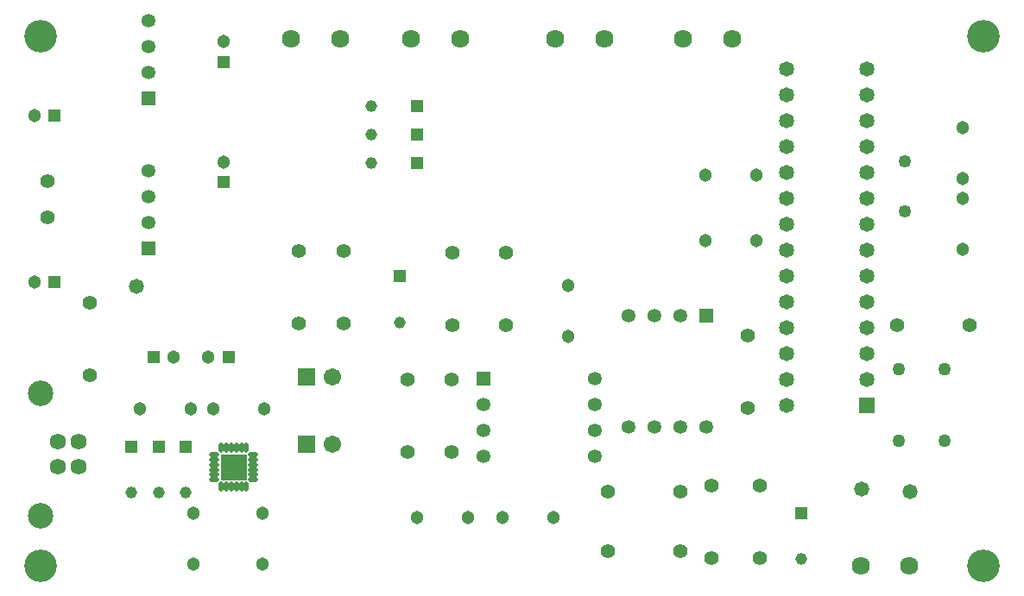
<source format=gbr>
G04*
G04 #@! TF.GenerationSoftware,Altium Limited,Altium Designer,22.4.2 (48)*
G04*
G04 Layer_Color=16711935*
%FSLAX25Y25*%
%MOIN*%
G70*
G04*
G04 #@! TF.SameCoordinates,243CEC23-02B4-465D-BAF0-28B1483BFC4A*
G04*
G04*
G04 #@! TF.FilePolarity,Negative*
G04*
G01*
G75*
%ADD10C,0.05328*%
%ADD11R,0.05328X0.05328*%
%ADD12R,0.05839X0.05839*%
%ADD13C,0.05839*%
%ADD14C,0.06706*%
%ADD15R,0.06706X0.06706*%
%ADD16C,0.04934*%
%ADD17C,0.09855*%
%ADD18C,0.06233*%
%ADD19R,0.05328X0.05328*%
%ADD20R,0.04580X0.04580*%
%ADD21C,0.04580*%
%ADD22C,0.05564*%
%ADD23R,0.04580X0.04580*%
%ADD24C,0.07021*%
%ADD25C,0.05131*%
%ADD26C,0.12611*%
%ADD27C,0.04973*%
%ADD28R,0.05131X0.05131*%
%ADD29R,0.05131X0.05131*%
%ADD30C,0.05800*%
G04:AMPARAMS|DCode=59|XSize=37.02mil|YSize=18.39mil|CornerRadius=6.6mil|HoleSize=0mil|Usage=FLASHONLY|Rotation=180.000|XOffset=0mil|YOffset=0mil|HoleType=Round|Shape=RoundedRectangle|*
%AMROUNDEDRECTD59*
21,1,0.03702,0.00520,0,0,180.0*
21,1,0.02382,0.01839,0,0,180.0*
1,1,0.01320,-0.01191,0.00260*
1,1,0.01320,0.01191,0.00260*
1,1,0.01320,0.01191,-0.00260*
1,1,0.01320,-0.01191,-0.00260*
%
%ADD59ROUNDEDRECTD59*%
G04:AMPARAMS|DCode=60|XSize=37.02mil|YSize=18.39mil|CornerRadius=6.6mil|HoleSize=0mil|Usage=FLASHONLY|Rotation=90.000|XOffset=0mil|YOffset=0mil|HoleType=Round|Shape=RoundedRectangle|*
%AMROUNDEDRECTD60*
21,1,0.03702,0.00520,0,0,90.0*
21,1,0.02382,0.01839,0,0,90.0*
1,1,0.01320,0.00260,0.01191*
1,1,0.01320,0.00260,-0.01191*
1,1,0.01320,-0.00260,-0.01191*
1,1,0.01320,-0.00260,0.01191*
%
%ADD60ROUNDEDRECTD60*%
%ADD61R,0.10446X0.10446*%
D10*
X55500Y169000D02*
D03*
Y159000D02*
D03*
Y149000D02*
D03*
X261000Y112996D02*
D03*
X251000D02*
D03*
X241000D02*
D03*
Y70004D02*
D03*
X251000D02*
D03*
X261000D02*
D03*
X271000D02*
D03*
X185004Y78594D02*
D03*
Y68594D02*
D03*
Y58595D02*
D03*
X227996D02*
D03*
Y68594D02*
D03*
Y78594D02*
D03*
Y88595D02*
D03*
X55500Y227000D02*
D03*
Y217000D02*
D03*
Y207000D02*
D03*
D11*
Y139000D02*
D03*
X185004Y88595D02*
D03*
X55500Y197000D02*
D03*
D12*
X333000Y78500D02*
D03*
D13*
Y88500D02*
D03*
Y98500D02*
D03*
Y108500D02*
D03*
Y118500D02*
D03*
Y128500D02*
D03*
Y138500D02*
D03*
Y148500D02*
D03*
Y158500D02*
D03*
Y168500D02*
D03*
Y178500D02*
D03*
Y188500D02*
D03*
Y198500D02*
D03*
Y208500D02*
D03*
X301898D02*
D03*
Y198500D02*
D03*
Y188500D02*
D03*
Y178500D02*
D03*
Y168500D02*
D03*
Y158500D02*
D03*
Y148500D02*
D03*
Y138500D02*
D03*
Y128500D02*
D03*
Y118500D02*
D03*
Y108500D02*
D03*
Y98500D02*
D03*
Y88500D02*
D03*
Y78500D02*
D03*
D14*
X126500Y63500D02*
D03*
Y89500D02*
D03*
D15*
X116500Y63500D02*
D03*
Y89500D02*
D03*
D16*
X347500Y172606D02*
D03*
Y153394D02*
D03*
D17*
X13976Y35799D02*
D03*
Y83201D02*
D03*
D18*
X28622Y54579D02*
D03*
X20748D02*
D03*
X28622Y64421D02*
D03*
X20748D02*
D03*
D19*
X271000Y112996D02*
D03*
D20*
X70000Y62358D02*
D03*
X59500D02*
D03*
X152500Y128248D02*
D03*
X307500Y36748D02*
D03*
X49000Y62358D02*
D03*
D21*
X70000Y44642D02*
D03*
X59500D02*
D03*
X141642Y172000D02*
D03*
X152500Y110531D02*
D03*
X141642Y183000D02*
D03*
Y194000D02*
D03*
X307500Y19031D02*
D03*
X49000Y44642D02*
D03*
D22*
X260976Y22096D02*
D03*
X233024D02*
D03*
X16500Y150913D02*
D03*
Y165087D02*
D03*
X287000Y77524D02*
D03*
Y105476D02*
D03*
X372687Y109500D02*
D03*
X344735D02*
D03*
X193500Y109524D02*
D03*
Y137476D02*
D03*
X173000D02*
D03*
Y109524D02*
D03*
X291500Y19524D02*
D03*
Y47476D02*
D03*
X273000Y19524D02*
D03*
Y47476D02*
D03*
X260976Y44904D02*
D03*
X233024D02*
D03*
X155500Y88476D02*
D03*
Y60524D02*
D03*
X172500D02*
D03*
Y88476D02*
D03*
X131000Y137976D02*
D03*
Y110024D02*
D03*
X113500Y137976D02*
D03*
Y110024D02*
D03*
X33000Y90024D02*
D03*
Y117976D02*
D03*
D23*
X159358Y172000D02*
D03*
Y183000D02*
D03*
Y194000D02*
D03*
D24*
X110551Y220000D02*
D03*
X129449D02*
D03*
X231449D02*
D03*
X212551D02*
D03*
X262000D02*
D03*
X280898D02*
D03*
X330500Y16500D02*
D03*
X349398D02*
D03*
X175949Y220000D02*
D03*
X157051D02*
D03*
D25*
X217500Y105157D02*
D03*
Y124843D02*
D03*
X370000Y185843D02*
D03*
Y166157D02*
D03*
X159158Y35000D02*
D03*
X178842D02*
D03*
X290342Y142000D02*
D03*
X270657D02*
D03*
X211842Y35000D02*
D03*
X192157D02*
D03*
X290342Y167500D02*
D03*
X270657D02*
D03*
X370000Y138657D02*
D03*
Y158343D02*
D03*
X11563Y126000D02*
D03*
X73000Y36843D02*
D03*
Y17157D02*
D03*
X99500Y36843D02*
D03*
Y17157D02*
D03*
X78626Y97000D02*
D03*
X100343Y77000D02*
D03*
X80658D02*
D03*
X52157D02*
D03*
X71842D02*
D03*
X65437Y97000D02*
D03*
X11563Y190500D02*
D03*
X84500Y219000D02*
D03*
Y172437D02*
D03*
D26*
X378000Y16500D02*
D03*
Y221000D02*
D03*
X14000Y16500D02*
D03*
Y221000D02*
D03*
D27*
X345142Y92279D02*
D03*
X362858D02*
D03*
X345142Y64720D02*
D03*
X362858D02*
D03*
D28*
X19437Y126000D02*
D03*
X86500Y97000D02*
D03*
X57563D02*
D03*
X19437Y190500D02*
D03*
D29*
X84500Y211126D02*
D03*
Y164563D02*
D03*
D30*
X349500Y45000D02*
D03*
X331000Y46000D02*
D03*
X51000Y124500D02*
D03*
D59*
X81071Y49579D02*
D03*
Y51547D02*
D03*
Y53516D02*
D03*
Y55484D02*
D03*
Y57453D02*
D03*
Y59421D02*
D03*
X95929D02*
D03*
Y57453D02*
D03*
Y55484D02*
D03*
Y53516D02*
D03*
Y51547D02*
D03*
Y49579D02*
D03*
D60*
X83579Y61929D02*
D03*
X85547D02*
D03*
X87516D02*
D03*
X89484D02*
D03*
X91453D02*
D03*
X93421D02*
D03*
Y47071D02*
D03*
X91453D02*
D03*
X89484D02*
D03*
X87516D02*
D03*
X85547D02*
D03*
X83579D02*
D03*
D61*
X88500Y54500D02*
D03*
M02*

</source>
